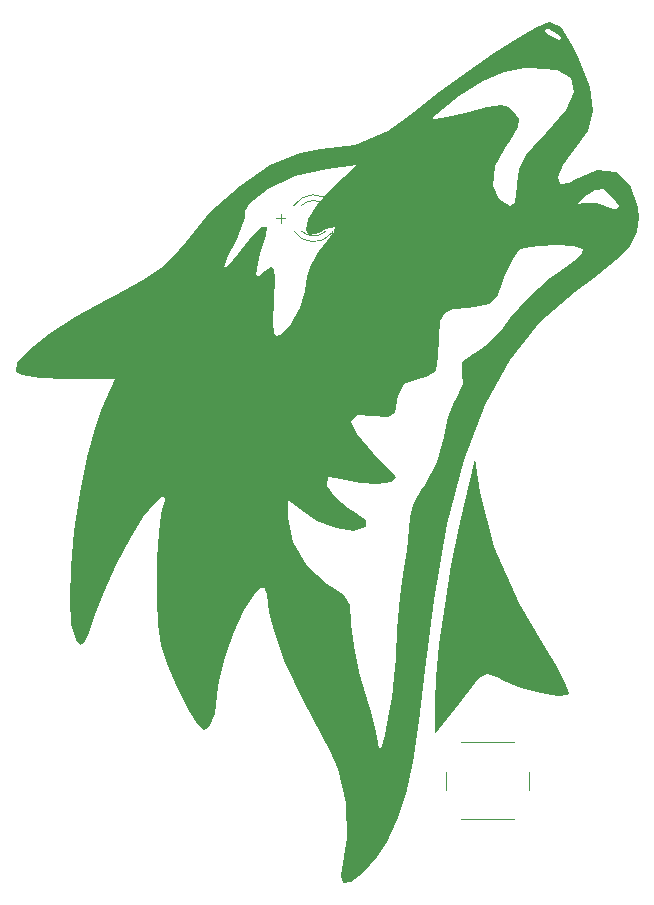
<source format=gbr>
%TF.GenerationSoftware,KiCad,Pcbnew,9.0.7*%
%TF.CreationDate,2026-01-21T21:34:25-07:00*%
%TF.ProjectId,WolfPCB,576f6c66-5043-4422-9e6b-696361645f70,1*%
%TF.SameCoordinates,Original*%
%TF.FileFunction,Legend,Top*%
%TF.FilePolarity,Positive*%
%FSLAX46Y46*%
G04 Gerber Fmt 4.6, Leading zero omitted, Abs format (unit mm)*
G04 Created by KiCad (PCBNEW 9.0.7) date 2026-01-21 21:34:25*
%MOMM*%
%LPD*%
G01*
G04 APERTURE LIST*
%ADD10C,0.100000*%
%ADD11C,0.300000*%
%ADD12C,0.120000*%
%ADD13C,0.000000*%
G04 APERTURE END LIST*
D10*
X142103884Y-84192466D02*
X142865789Y-84192466D01*
X142484836Y-84573419D02*
X142484836Y-83811514D01*
D11*
X144728572Y-100595757D02*
X144585715Y-100524328D01*
X144585715Y-100524328D02*
X144371429Y-100524328D01*
X144371429Y-100524328D02*
X144157143Y-100595757D01*
X144157143Y-100595757D02*
X144014286Y-100738614D01*
X144014286Y-100738614D02*
X143942857Y-100881471D01*
X143942857Y-100881471D02*
X143871429Y-101167185D01*
X143871429Y-101167185D02*
X143871429Y-101381471D01*
X143871429Y-101381471D02*
X143942857Y-101667185D01*
X143942857Y-101667185D02*
X144014286Y-101810042D01*
X144014286Y-101810042D02*
X144157143Y-101952900D01*
X144157143Y-101952900D02*
X144371429Y-102024328D01*
X144371429Y-102024328D02*
X144514286Y-102024328D01*
X144514286Y-102024328D02*
X144728572Y-101952900D01*
X144728572Y-101952900D02*
X144800000Y-101881471D01*
X144800000Y-101881471D02*
X144800000Y-101381471D01*
X144800000Y-101381471D02*
X144514286Y-101381471D01*
X145657143Y-100524328D02*
X145657143Y-100881471D01*
X145300000Y-100738614D02*
X145657143Y-100881471D01*
X145657143Y-100881471D02*
X146014286Y-100738614D01*
X145442857Y-101167185D02*
X145657143Y-100881471D01*
X145657143Y-100881471D02*
X145871429Y-101167185D01*
X146800000Y-100524328D02*
X146800000Y-100881471D01*
X146442857Y-100738614D02*
X146800000Y-100881471D01*
X146800000Y-100881471D02*
X147157143Y-100738614D01*
X146585714Y-101167185D02*
X146800000Y-100881471D01*
X146800000Y-100881471D02*
X147014286Y-101167185D01*
X147942857Y-100524328D02*
X147942857Y-100881471D01*
X147585714Y-100738614D02*
X147942857Y-100881471D01*
X147942857Y-100881471D02*
X148300000Y-100738614D01*
X147728571Y-101167185D02*
X147942857Y-100881471D01*
X147942857Y-100881471D02*
X148157143Y-101167185D01*
D12*
%TO.C,R1*%
X131445000Y-94766000D02*
X131445000Y-95536000D01*
X131445000Y-102846000D02*
X131445000Y-102076000D01*
X132815000Y-95536000D02*
X130075000Y-95536000D01*
X130075000Y-102076000D01*
X132815000Y-102076000D01*
X132815000Y-95536000D01*
D13*
%TO.C,G\u002A\u002A\u002A*%
G36*
X159392396Y-107373535D02*
G01*
X160538170Y-111992452D01*
X162640260Y-116751330D01*
X164702258Y-120219875D01*
X165818276Y-122041449D01*
X166583841Y-123514145D01*
X166892242Y-124420424D01*
X166846242Y-124590565D01*
X166008462Y-124650608D01*
X164558269Y-124398975D01*
X162883303Y-123934040D01*
X161371198Y-123354175D01*
X160807406Y-123058037D01*
X159984013Y-122751860D01*
X159275340Y-123159080D01*
X158702667Y-123866883D01*
X157577494Y-125341710D01*
X156591711Y-126569010D01*
X155543405Y-127826851D01*
X155525426Y-125256272D01*
X155628838Y-123112695D01*
X155931024Y-120233794D01*
X156384862Y-116936752D01*
X156943230Y-113538752D01*
X157559008Y-110356980D01*
X158063607Y-108171342D01*
X158977871Y-104588553D01*
X159392396Y-107373535D01*
G37*
G36*
X166208332Y-68047006D02*
G01*
X167188614Y-69515110D01*
X167674346Y-70507116D01*
X168676348Y-73105956D01*
X168961870Y-75130784D01*
X168521576Y-76825020D01*
X167371370Y-78405146D01*
X166380823Y-79707805D01*
X165982783Y-80729936D01*
X166166523Y-81286824D01*
X166921317Y-81193753D01*
X167512956Y-80843345D01*
X169292990Y-80087614D01*
X170870202Y-80303079D01*
X172072912Y-81380533D01*
X172729435Y-83210770D01*
X172801063Y-84207096D01*
X172636709Y-85387025D01*
X172049823Y-86514376D01*
X170899673Y-87752619D01*
X169045525Y-89265226D01*
X167423595Y-90453363D01*
X164462623Y-93011171D01*
X161927506Y-96182232D01*
X159788349Y-100041848D01*
X158015262Y-104665319D01*
X156578353Y-110127948D01*
X155447729Y-116505036D01*
X154732898Y-122422595D01*
X154242675Y-126778329D01*
X153718410Y-130234149D01*
X153113474Y-132970924D01*
X152381238Y-135169516D01*
X151475074Y-137010793D01*
X150645554Y-138276710D01*
X149477679Y-139644327D01*
X148470486Y-140411250D01*
X147785032Y-140520591D01*
X147582372Y-139915464D01*
X147717608Y-139310893D01*
X148135684Y-136707170D01*
X147988145Y-133718595D01*
X147328309Y-130846409D01*
X146650645Y-129280585D01*
X144465640Y-125165164D01*
X142903388Y-121823584D01*
X141927868Y-119172799D01*
X141549391Y-117519569D01*
X141307072Y-116030320D01*
X141059833Y-115450272D01*
X140659525Y-115617305D01*
X140226735Y-116072187D01*
X139430329Y-117326558D01*
X138573844Y-119231213D01*
X137807294Y-121376201D01*
X137280694Y-123351572D01*
X137132978Y-124526596D01*
X136944452Y-126194798D01*
X136453031Y-127287846D01*
X135965914Y-127556638D01*
X135505645Y-127102737D01*
X134758658Y-125903550D01*
X133874124Y-124202851D01*
X133733706Y-123908766D01*
X132875615Y-121967193D01*
X132358974Y-120344966D01*
X132099129Y-118625103D01*
X132011427Y-116390625D01*
X132005716Y-115397064D01*
X132051944Y-113002471D01*
X132181030Y-110841385D01*
X132368574Y-109273368D01*
X132444777Y-108926632D01*
X132667436Y-108022871D01*
X143077659Y-108022871D01*
X143079679Y-109548265D01*
X143543037Y-111595433D01*
X144747213Y-113600908D01*
X146421022Y-115143413D01*
X146836739Y-115384705D01*
X147893050Y-116073064D01*
X148367625Y-116954028D01*
X148481702Y-118455800D01*
X148481914Y-118568891D01*
X148667758Y-120413268D01*
X149145081Y-122647550D01*
X149562765Y-124043872D01*
X150160849Y-125978856D01*
X150580244Y-127705808D01*
X150707816Y-128586987D01*
X150823389Y-129169113D01*
X151042716Y-128881604D01*
X151323673Y-127925786D01*
X151624137Y-126502985D01*
X151901986Y-124814527D01*
X152115096Y-123061739D01*
X152221344Y-121445946D01*
X152223719Y-121341744D01*
X152350263Y-119006299D01*
X152613751Y-116287963D01*
X152877217Y-114316213D01*
X153170195Y-112272132D01*
X153370582Y-110547592D01*
X153435061Y-109515469D01*
X153435033Y-109514595D01*
X153728124Y-108447601D01*
X154496361Y-107078538D01*
X154736694Y-106745999D01*
X155753747Y-104848587D01*
X156298050Y-102718189D01*
X156299167Y-102707080D01*
X156632252Y-101044121D01*
X157179217Y-99738393D01*
X157347753Y-99511066D01*
X157908740Y-98201758D01*
X157859859Y-97423294D01*
X157888066Y-96401053D01*
X158778243Y-95685494D01*
X158917611Y-95619947D01*
X160029841Y-94818714D01*
X161321462Y-93481355D01*
X161943268Y-92687008D01*
X163454810Y-90949063D01*
X165308100Y-89291956D01*
X166022770Y-88773516D01*
X167300348Y-87832079D01*
X168031893Y-87102301D01*
X168100111Y-86827317D01*
X167322990Y-86588045D01*
X165928851Y-86501297D01*
X164369648Y-86559795D01*
X163097336Y-86756261D01*
X162692991Y-86914393D01*
X162124674Y-87658938D01*
X161505545Y-89008115D01*
X161341928Y-89473139D01*
X160805567Y-90839092D01*
X160119370Y-91490959D01*
X158877809Y-91741473D01*
X158344680Y-91784520D01*
X157108010Y-91904448D01*
X156381471Y-92201156D01*
X156019261Y-92914371D01*
X155875579Y-94283822D01*
X155822241Y-95931916D01*
X155606311Y-97125363D01*
X154819070Y-97677074D01*
X154156382Y-97825972D01*
X152935978Y-98259804D01*
X152426051Y-99213959D01*
X152357938Y-99656067D01*
X152140490Y-100681295D01*
X151580516Y-101023557D01*
X150331343Y-100903436D01*
X148950157Y-100887892D01*
X148485722Y-101425953D01*
X148937797Y-102499065D01*
X150306142Y-104088672D01*
X150373404Y-104156213D01*
X151461652Y-105272534D01*
X152145444Y-106027966D01*
X152264893Y-106200842D01*
X151797732Y-106526304D01*
X150668092Y-106675234D01*
X149283736Y-106622158D01*
X148359129Y-106444828D01*
X147148237Y-106161868D01*
X146494153Y-106130680D01*
X146478391Y-106141722D01*
X146444827Y-106831442D01*
X147087186Y-107794942D01*
X148172113Y-108721661D01*
X148609500Y-108977934D01*
X149679860Y-109725677D01*
X149706157Y-110334150D01*
X149678275Y-110363682D01*
X148695168Y-110671005D01*
X147190739Y-110452336D01*
X145532793Y-109796250D01*
X144454101Y-109105580D01*
X143077659Y-108022871D01*
X132667436Y-108022871D01*
X132709495Y-107852158D01*
X132546250Y-107682099D01*
X131828459Y-108281272D01*
X130875242Y-109453827D01*
X129720699Y-111317486D01*
X128537775Y-113549369D01*
X127499419Y-115826600D01*
X126859027Y-117558766D01*
X126273481Y-119318531D01*
X125859332Y-120181986D01*
X125510994Y-120297577D01*
X125184339Y-119913272D01*
X124781069Y-118576349D01*
X124636469Y-116429633D01*
X124724179Y-113705921D01*
X125017840Y-110638012D01*
X125491092Y-107458705D01*
X126117574Y-104400796D01*
X126870928Y-101697085D01*
X127410452Y-100253172D01*
X128447759Y-97833234D01*
X124445667Y-97833234D01*
X122145766Y-97746610D01*
X120616187Y-97502769D01*
X120051982Y-97199623D01*
X120179436Y-96439834D01*
X121156203Y-95337006D01*
X122847719Y-93995557D01*
X125119417Y-92519906D01*
X127836731Y-91014473D01*
X128371101Y-90744246D01*
X130875757Y-89399822D01*
X132353163Y-88381624D01*
X137723792Y-88381624D01*
X138020002Y-88272045D01*
X138851213Y-87242902D01*
X139110780Y-86883197D01*
X140129380Y-85631095D01*
X140931319Y-84953587D01*
X141361762Y-84934911D01*
X141265875Y-85659306D01*
X141241684Y-85723865D01*
X140858468Y-86904957D01*
X140553797Y-88020674D01*
X140365894Y-88989806D01*
X140621634Y-89071560D01*
X141150106Y-88670467D01*
X141667709Y-88317349D01*
X141931240Y-88475409D01*
X141997177Y-89330288D01*
X141921996Y-91067626D01*
X141915280Y-91185635D01*
X141842826Y-92984427D01*
X141922096Y-93908996D01*
X142203133Y-94161175D01*
X142615496Y-94009809D01*
X143405184Y-93189391D01*
X144084883Y-91866678D01*
X144101666Y-91819317D01*
X144522122Y-90333751D01*
X144698921Y-89153923D01*
X144698935Y-89147246D01*
X145030859Y-88134499D01*
X145853144Y-86831611D01*
X146098040Y-86525762D01*
X146981556Y-85368371D01*
X147064733Y-84913239D01*
X146335692Y-85123325D01*
X145744258Y-85422461D01*
X144881095Y-85648159D01*
X144601237Y-85200014D01*
X144847550Y-84274856D01*
X145562899Y-83069519D01*
X146690149Y-81780834D01*
X146843186Y-81636579D01*
X148987436Y-79657018D01*
X146437867Y-79997661D01*
X143732032Y-80630869D01*
X141407035Y-81682455D01*
X139864679Y-82935898D01*
X139443085Y-83610417D01*
X139509704Y-83782170D01*
X139500188Y-84206633D01*
X139076515Y-85280744D01*
X138765238Y-85922343D01*
X137969799Y-87591702D01*
X137723792Y-88381624D01*
X132353163Y-88381624D01*
X132629523Y-88191162D01*
X133906920Y-86912321D01*
X134453339Y-86181398D01*
X136542493Y-83647980D01*
X139015459Y-81439170D01*
X141631723Y-79719054D01*
X144150768Y-78651720D01*
X145891623Y-78377915D01*
X148828316Y-78014212D01*
X151543802Y-76841691D01*
X153075834Y-75734230D01*
X155301973Y-75734230D01*
X155520727Y-75816999D01*
X156553591Y-75640659D01*
X158140053Y-75252895D01*
X159995978Y-74791352D01*
X161120525Y-74647276D01*
X161813833Y-74815325D01*
X162268201Y-75179399D01*
X162711180Y-75798351D01*
X162604423Y-76498295D01*
X161877045Y-77626523D01*
X161726930Y-77831267D01*
X160631168Y-79812215D01*
X160443259Y-81489111D01*
X161019787Y-82593234D01*
X161878269Y-83191003D01*
X162171067Y-82975307D01*
X167552611Y-82975307D01*
X167807653Y-83003086D01*
X168039515Y-82927634D01*
X169250686Y-82911189D01*
X169926502Y-83155988D01*
X170903148Y-83517909D01*
X171110936Y-83176022D01*
X170650200Y-82444166D01*
X169878336Y-81738280D01*
X169101090Y-81806133D01*
X168175631Y-82432432D01*
X167552611Y-82975307D01*
X162171067Y-82975307D01*
X162365188Y-82832304D01*
X162531921Y-81473298D01*
X162532978Y-81302051D01*
X162687543Y-80018157D01*
X163277473Y-78851281D01*
X164492124Y-77466362D01*
X164964893Y-76998807D01*
X166651001Y-75051299D01*
X167355043Y-73480711D01*
X167091959Y-72332613D01*
X165876691Y-71652575D01*
X163724179Y-71486164D01*
X163168419Y-71519633D01*
X161364272Y-71835854D01*
X159596319Y-72573689D01*
X157613135Y-73867844D01*
X155301973Y-75734230D01*
X153075834Y-75734230D01*
X153773951Y-75229582D01*
X155916155Y-73519314D01*
X158229904Y-71808552D01*
X160517701Y-70228115D01*
X162582050Y-68908818D01*
X163609428Y-68329090D01*
X164854997Y-68329090D01*
X165235106Y-68650255D01*
X166097423Y-69136318D01*
X166212309Y-68953253D01*
X166045744Y-68650255D01*
X165256498Y-68136435D01*
X165068105Y-68118105D01*
X164854997Y-68329090D01*
X163609428Y-68329090D01*
X164225454Y-67981479D01*
X165250416Y-67576913D01*
X165338661Y-67569404D01*
X166208332Y-68047006D01*
G37*
D12*
%TO.C,D1*%
X146848000Y-83121000D02*
X146848000Y-82965000D01*
X146848000Y-85437000D02*
X146848000Y-85281000D01*
X143616563Y-83121000D02*
G75*
G02*
X146848000Y-82965484I1671437J-1080000D01*
G01*
X144247039Y-83121000D02*
G75*
G02*
X146328961Y-83121000I1040961J-1080000D01*
G01*
X146328961Y-85281000D02*
G75*
G02*
X144247039Y-85281000I-1040961J1080000D01*
G01*
X146848000Y-85436516D02*
G75*
G02*
X143616563Y-85281000I-1560000J1235516D01*
G01*
%TO.C,SW1*%
X156520000Y-131076000D02*
X156520000Y-132576000D01*
X157770000Y-135076000D02*
X162270000Y-135076000D01*
X162270000Y-128576000D02*
X157770000Y-128576000D01*
X163520000Y-132576000D02*
X163520000Y-131076000D01*
%TD*%
M02*

</source>
